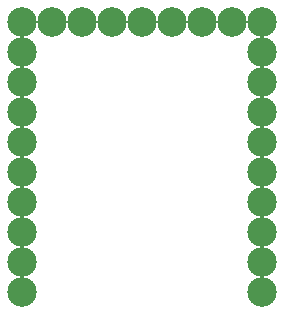
<source format=gbr>
G04 #@! TF.FileFunction,Soldermask,Bot*
%FSLAX46Y46*%
G04 Gerber Fmt 4.6, Leading zero omitted, Abs format (unit mm)*
G04 Created by KiCad (PCBNEW 4.0.6) date 08/13/17 19:50:11*
%MOMM*%
%LPD*%
G01*
G04 APERTURE LIST*
%ADD10C,0.100000*%
%ADD11C,2.500000*%
G04 APERTURE END LIST*
D10*
D11*
X133481000Y-94665000D03*
X133481000Y-97205000D03*
X133481000Y-99745000D03*
X133481000Y-102285000D03*
X133481000Y-104825000D03*
X133481000Y-107365000D03*
X133481000Y-109905000D03*
X133481000Y-112445000D03*
X133481000Y-114985000D03*
X133481000Y-92125000D03*
X130941000Y-92125000D03*
X128401000Y-92125000D03*
X125861000Y-92125000D03*
X123321000Y-92125000D03*
X120781000Y-92125000D03*
X118241000Y-92125000D03*
X115701000Y-92125000D03*
X113161000Y-92125000D03*
X113161000Y-94665000D03*
X113161000Y-97205000D03*
X113161000Y-99745000D03*
X113161000Y-102285000D03*
X113161000Y-104825000D03*
X113161000Y-107365000D03*
X113161000Y-109905000D03*
X113161000Y-112445000D03*
X113161000Y-114985000D03*
M02*

</source>
